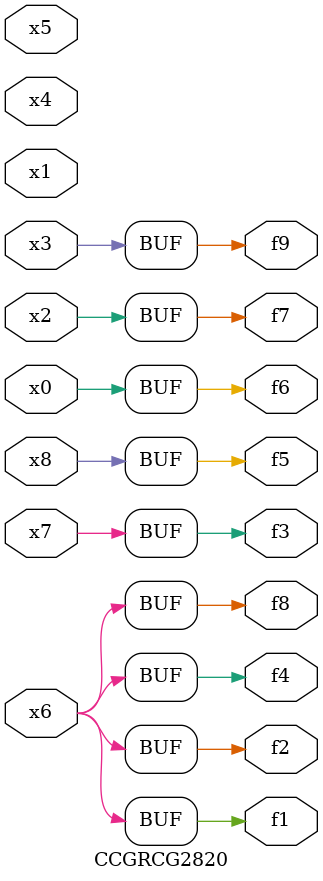
<source format=v>
module CCGRCG2820(
	input x0, x1, x2, x3, x4, x5, x6, x7, x8,
	output f1, f2, f3, f4, f5, f6, f7, f8, f9
);
	assign f1 = x6;
	assign f2 = x6;
	assign f3 = x7;
	assign f4 = x6;
	assign f5 = x8;
	assign f6 = x0;
	assign f7 = x2;
	assign f8 = x6;
	assign f9 = x3;
endmodule

</source>
